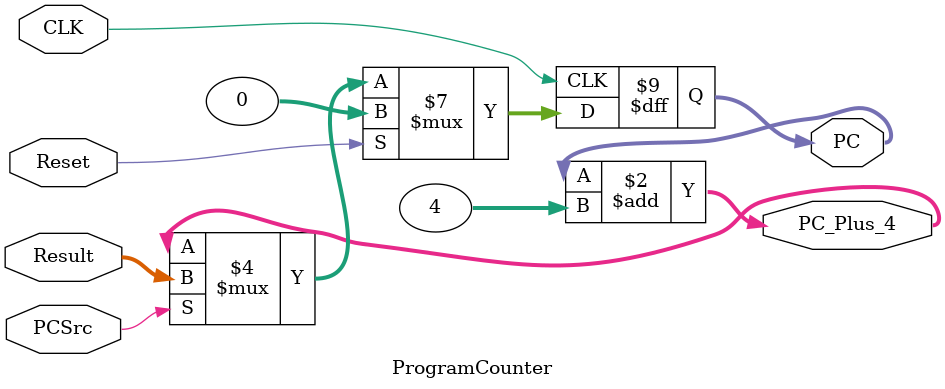
<source format=v>
module ProgramCounter(
    input CLK,
    input Reset,
    input PCSrc,
    input [31:0] Result,

    output reg [31:0] PC,
    output [31:0] PC_Plus_4
);

//-------------------------------------------------------------
// MAIN LOGIC
//-------------------------------------------------------------

    //====================================================
    // PC Update Logic
    //====================================================
    always@(posedge CLK) begin
        if(Reset) begin
            PC <= 32'd0;                    // Reset PC to 0
        end
        else begin
            if (PCSrc)
                PC <= Result;               // Branch: PC = ALUResult
            else
                PC <= PC_Plus_4;            // Sequential: PC = PC + 4
        end
    end

    //====================================================
    // PC + 4 Calculation
    //====================================================
    assign PC_Plus_4 = PC + 32'd4;          // Next instruction address

endmodule

</source>
